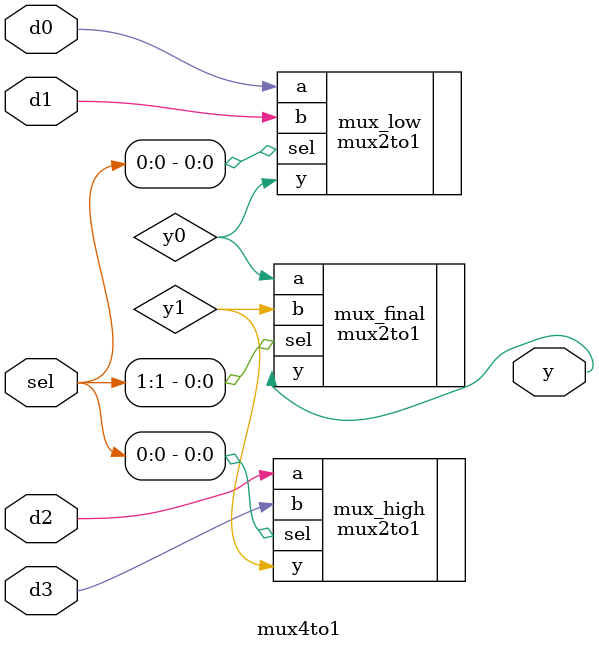
<source format=v>
module mux4to1 (
    input wire [1:0] sel,
    input wire d0,
    input wire d1,
    input wire d2,
    input wire d3,
    output wire y
);

wire y0, y1;

mux2to1 mux_low (
    .sel(sel[0]),
    .a(d0),
    .b(d1),
    .y(y0)
);

mux2to1 mux_high (
    .sel(sel[0]),
    .a(d2),
    .b(d3),
    .y(y1)
);

mux2to1 mux_final (
    .sel(sel[1]),
    .a(y0),
    .b(y1),
    .y(y)
);

endmodule


</source>
